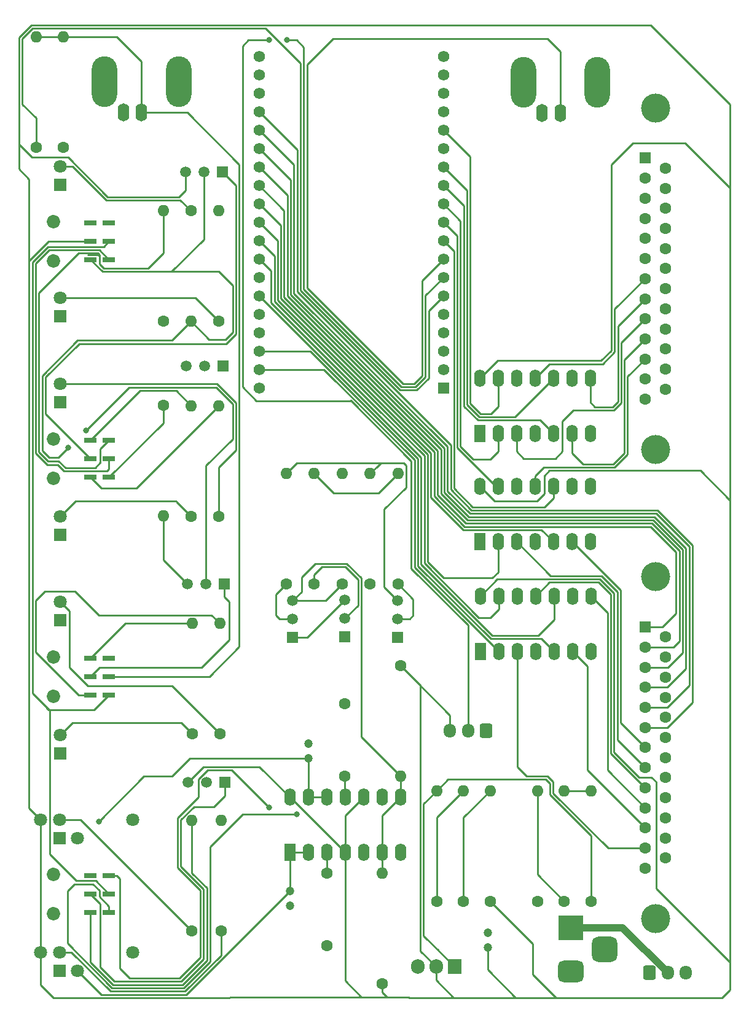
<source format=gbr>
%TF.GenerationSoftware,KiCad,Pcbnew,7.0.8*%
%TF.CreationDate,2024-02-09T14:55:35+01:00*%
%TF.ProjectId,LED-Zappelin-V2-Chrolis,4c45442d-5a61-4707-9065-6c696e2d5632,rev?*%
%TF.SameCoordinates,Original*%
%TF.FileFunction,Copper,L1,Top*%
%TF.FilePolarity,Positive*%
%FSLAX46Y46*%
G04 Gerber Fmt 4.6, Leading zero omitted, Abs format (unit mm)*
G04 Created by KiCad (PCBNEW 7.0.8) date 2024-02-09 14:55:35*
%MOMM*%
%LPD*%
G01*
G04 APERTURE LIST*
G04 Aperture macros list*
%AMRoundRect*
0 Rectangle with rounded corners*
0 $1 Rounding radius*
0 $2 $3 $4 $5 $6 $7 $8 $9 X,Y pos of 4 corners*
0 Add a 4 corners polygon primitive as box body*
4,1,4,$2,$3,$4,$5,$6,$7,$8,$9,$2,$3,0*
0 Add four circle primitives for the rounded corners*
1,1,$1+$1,$2,$3*
1,1,$1+$1,$4,$5*
1,1,$1+$1,$6,$7*
1,1,$1+$1,$8,$9*
0 Add four rect primitives between the rounded corners*
20,1,$1+$1,$2,$3,$4,$5,0*
20,1,$1+$1,$4,$5,$6,$7,0*
20,1,$1+$1,$6,$7,$8,$9,0*
20,1,$1+$1,$8,$9,$2,$3,0*%
G04 Aperture macros list end*
%TA.AperFunction,ComponentPad*%
%ADD10RoundRect,0.250000X-0.600000X-0.725000X0.600000X-0.725000X0.600000X0.725000X-0.600000X0.725000X0*%
%TD*%
%TA.AperFunction,ComponentPad*%
%ADD11O,1.700000X1.950000*%
%TD*%
%TA.AperFunction,ComponentPad*%
%ADD12C,1.600000*%
%TD*%
%TA.AperFunction,ComponentPad*%
%ADD13O,1.600000X1.600000*%
%TD*%
%TA.AperFunction,ComponentPad*%
%ADD14C,4.000000*%
%TD*%
%TA.AperFunction,ComponentPad*%
%ADD15R,1.600000X1.600000*%
%TD*%
%TA.AperFunction,ComponentPad*%
%ADD16R,1.500000X1.500000*%
%TD*%
%TA.AperFunction,ComponentPad*%
%ADD17C,1.500000*%
%TD*%
%TA.AperFunction,ComponentPad*%
%ADD18O,1.600000X2.400000*%
%TD*%
%TA.AperFunction,ComponentPad*%
%ADD19R,1.600000X2.400000*%
%TD*%
%TA.AperFunction,ComponentPad*%
%ADD20C,1.850000*%
%TD*%
%TA.AperFunction,ComponentPad*%
%ADD21R,1.750000X0.750000*%
%TD*%
%TA.AperFunction,ComponentPad*%
%ADD22C,1.800000*%
%TD*%
%TA.AperFunction,ComponentPad*%
%ADD23R,1.800000X1.800000*%
%TD*%
%TA.AperFunction,ComponentPad*%
%ADD24C,1.200000*%
%TD*%
%TA.AperFunction,ComponentPad*%
%ADD25O,1.600200X2.499360*%
%TD*%
%TA.AperFunction,ComponentPad*%
%ADD26O,3.500120X7.000240*%
%TD*%
%TA.AperFunction,ComponentPad*%
%ADD27C,1.560000*%
%TD*%
%TA.AperFunction,ComponentPad*%
%ADD28R,1.560000X1.560000*%
%TD*%
%TA.AperFunction,ComponentPad*%
%ADD29RoundRect,0.250000X0.600000X0.725000X-0.600000X0.725000X-0.600000X-0.725000X0.600000X-0.725000X0*%
%TD*%
%TA.AperFunction,ComponentPad*%
%ADD30R,3.500000X3.500000*%
%TD*%
%TA.AperFunction,ComponentPad*%
%ADD31RoundRect,0.750000X1.000000X-0.750000X1.000000X0.750000X-1.000000X0.750000X-1.000000X-0.750000X0*%
%TD*%
%TA.AperFunction,ComponentPad*%
%ADD32RoundRect,0.875000X0.875000X-0.875000X0.875000X0.875000X-0.875000X0.875000X-0.875000X-0.875000X0*%
%TD*%
%TA.AperFunction,ComponentPad*%
%ADD33R,1.905000X2.000000*%
%TD*%
%TA.AperFunction,ComponentPad*%
%ADD34O,1.905000X2.000000*%
%TD*%
%TA.AperFunction,ViaPad*%
%ADD35C,0.800000*%
%TD*%
%TA.AperFunction,Conductor*%
%ADD36C,0.250000*%
%TD*%
%TA.AperFunction,Conductor*%
%ADD37C,1.000000*%
%TD*%
G04 APERTURE END LIST*
D10*
%TO.P,J7,1,Pin_1*%
%TO.N,GNDREF*%
X137300000Y-180850000D03*
D11*
%TO.P,J7,2,Pin_2*%
%TO.N,Net-(J7-Pin_2)*%
X139800000Y-180850000D03*
%TO.P,J7,3,Pin_3*%
%TO.N,+12V*%
X142300000Y-180850000D03*
%TD*%
D12*
%TO.P,R23,1*%
%TO.N,Net-(R22-Pad2)*%
X107975000Y-170990000D03*
D13*
%TO.P,R23,2*%
%TO.N,Net-(U5-ADJ)*%
X107975000Y-155750000D03*
%TD*%
D12*
%TO.P,R25,1*%
%TO.N,GNDREF*%
X121850000Y-171020000D03*
D13*
%TO.P,R25,2*%
%TO.N,Net-(R24-Pad1)*%
X121850000Y-155780000D03*
%TD*%
D12*
%TO.P,R24,1*%
%TO.N,Net-(R24-Pad1)*%
X125550000Y-171020000D03*
D13*
%TO.P,R24,2*%
%TO.N,Net-(R10-Pad2)*%
X125550000Y-155780000D03*
%TD*%
D12*
%TO.P,R22,1*%
%TO.N,Net-(R22-Pad1)*%
X111650000Y-170995000D03*
D13*
%TO.P,R22,2*%
%TO.N,Net-(R22-Pad2)*%
X111650000Y-155755000D03*
%TD*%
D12*
%TO.P,R10,1*%
%TO.N,Net-(U5-ADJ)*%
X129250000Y-171020000D03*
D13*
%TO.P,R10,2*%
%TO.N,Net-(R10-Pad2)*%
X129250000Y-155780000D03*
%TD*%
D12*
%TO.P,R9,1*%
%TO.N,5V*%
X115350000Y-170990000D03*
D13*
%TO.P,R9,2*%
%TO.N,Net-(R22-Pad1)*%
X115350000Y-155750000D03*
%TD*%
%TO.P,R13,2*%
%TO.N,Net-(Q5-C)*%
X102955000Y-153750000D03*
D12*
%TO.P,R13,1*%
%TO.N,5V*%
X102955000Y-138510000D03*
%TD*%
D14*
%TO.P,J3,*%
%TO.N,*%
X138100000Y-173350000D03*
X138100000Y-126250000D03*
D15*
%TO.P,J3,1,1*%
%TO.N,GPIO17*%
X136680000Y-133180000D03*
D12*
%TO.P,J3,2,2*%
%TO.N,GPIO16*%
X136680000Y-135950000D03*
%TO.P,J3,3,3*%
%TO.N,GPIO04*%
X136680000Y-138720000D03*
%TO.P,J3,4,4*%
%TO.N,GPIO00*%
X136680000Y-141490000D03*
%TO.P,J3,5,5*%
%TO.N,GPIO02*%
X136680000Y-144260000D03*
%TO.P,J3,6,6*%
%TO.N,GPIO15*%
X136680000Y-147030000D03*
%TO.P,J3,7,7*%
%TO.N,GPIO Input 6*%
X136680000Y-149800000D03*
%TO.P,J3,8,8*%
%TO.N,GPIO Input 5*%
X136680000Y-152570000D03*
%TO.P,J3,9,9*%
%TO.N,GPIO Input 4*%
X136680000Y-155340000D03*
%TO.P,J3,10,10*%
%TO.N,GPIO Input 3*%
X136680000Y-158110000D03*
%TO.P,J3,11,11*%
%TO.N,GPIO Input 2*%
X136680000Y-160880000D03*
%TO.P,J3,12,12*%
%TO.N,GPIO Input 1*%
X136680000Y-163650000D03*
%TO.P,J3,13,13*%
%TO.N,GNDREF*%
X136680000Y-166420000D03*
%TO.P,J3,14,P14*%
X139520000Y-134565000D03*
%TO.P,J3,15,P15*%
X139520000Y-137335000D03*
%TO.P,J3,16,P16*%
X139520000Y-140105000D03*
%TO.P,J3,17,P17*%
X139520000Y-142875000D03*
%TO.P,J3,18,P18*%
X139520000Y-145645000D03*
%TO.P,J3,19,P19*%
X139520000Y-148415000D03*
%TO.P,J3,20,P20*%
X139520000Y-151185000D03*
%TO.P,J3,21,P21*%
X139520000Y-153955000D03*
%TO.P,J3,22,P22*%
X139520000Y-156725000D03*
%TO.P,J3,23,P23*%
X139520000Y-159495000D03*
%TO.P,J3,24,P24*%
X139520000Y-162265000D03*
%TO.P,J3,25,P25*%
X139520000Y-165035000D03*
%TD*%
D16*
%TO.P,Q2,1,E*%
%TO.N,Net-(Q2-E)*%
X78400000Y-70435000D03*
D17*
%TO.P,Q2,2,B*%
%TO.N,Net-(Q2-B)*%
X75860000Y-70435000D03*
%TO.P,Q2,3,C*%
%TO.N,5V*%
X73320000Y-70435000D03*
%TD*%
D16*
%TO.P,Q1,1,E*%
%TO.N,GNDREF*%
X78500000Y-97225000D03*
D17*
%TO.P,Q1,2,B*%
%TO.N,Net-(Q1-B)*%
X75960000Y-97225000D03*
%TO.P,Q1,3,C*%
%TO.N,Blanking*%
X73420000Y-97225000D03*
%TD*%
D18*
%TO.P,U7,14,VCC*%
%TO.N,5V*%
X87735000Y-156660000D03*
%TO.P,U7,13,DIS*%
%TO.N,Net-(U7B-DIS)*%
X90275000Y-156660000D03*
%TO.P,U7,12,THR*%
X92815000Y-156660000D03*
%TO.P,U7,11,CV*%
%TO.N,Net-(U7B-CV)*%
X95355000Y-156660000D03*
%TO.P,U7,10,R*%
%TO.N,5V*%
X97895000Y-156660000D03*
%TO.P,U7,9,Q*%
%TO.N,BlankingModulated_1ms*%
X100435000Y-156660000D03*
%TO.P,U7,8,TR*%
%TO.N,Net-(Q5-C)*%
X102975000Y-156660000D03*
%TO.P,U7,7,GND*%
%TO.N,GNDREF*%
X102975000Y-164280000D03*
%TO.P,U7,6,TR*%
%TO.N,Net-(Q5-C)*%
X100435000Y-164280000D03*
%TO.P,U7,5,Q*%
%TO.N,BlankingModulated_2ms*%
X97895000Y-164280000D03*
%TO.P,U7,4,R*%
%TO.N,5V*%
X95355000Y-164280000D03*
%TO.P,U7,3,CV*%
%TO.N,Net-(U7A-CV)*%
X92815000Y-164280000D03*
%TO.P,U7,2,THR*%
%TO.N,Net-(U7A-DIS)*%
X90275000Y-164280000D03*
D19*
%TO.P,U7,1,DIS*%
X87735000Y-164280000D03*
%TD*%
D20*
%TO.P,SW4,*%
%TO.N,*%
X55200000Y-172700000D03*
X55200000Y-167300000D03*
D21*
%TO.P,SW4,6,C*%
%TO.N,Net-(R21-Pad2)*%
X60280000Y-172540000D03*
%TO.P,SW4,5,B*%
%TO.N,Net-(Q4-E)*%
X60280000Y-170000000D03*
%TO.P,SW4,4,A*%
%TO.N,Net-(R14-Pad2)*%
X60280000Y-167460000D03*
%TO.P,SW4,3,C*%
%TO.N,BlankingModulated_1ms*%
X62820000Y-172540000D03*
%TO.P,SW4,2,B*%
%TO.N,BlankingModulated*%
X62820000Y-170000000D03*
%TO.P,SW4,1,A*%
%TO.N,BlankingModulated_2ms*%
X62820000Y-167460000D03*
%TD*%
D22*
%TO.P,RV2,1,1*%
%TO.N,GNDREF*%
X66100000Y-159750000D03*
%TO.P,RV2,2,2*%
%TO.N,Net-(U7B-DIS)*%
X58480000Y-162290000D03*
%TO.P,RV2,3,3*%
%TO.N,5V*%
X53400000Y-159750000D03*
%TD*%
D13*
%TO.P,R21,2*%
%TO.N,Net-(R21-Pad2)*%
X74250000Y-159830000D03*
D12*
%TO.P,R21,1*%
%TO.N,Net-(D8-A)*%
X74250000Y-175070000D03*
%TD*%
%TO.P,R14,1*%
%TO.N,Net-(D7-A)*%
X78250000Y-175070000D03*
D13*
%TO.P,R14,2*%
%TO.N,Net-(R14-Pad2)*%
X78250000Y-159830000D03*
%TD*%
D16*
%TO.P,Q4,1,E*%
%TO.N,Net-(Q4-E)*%
X78775000Y-154600000D03*
D17*
%TO.P,Q4,2,B*%
%TO.N,Net-(Q4-B)*%
X76235000Y-154600000D03*
%TO.P,Q4,3,C*%
%TO.N,5V*%
X73695000Y-154600000D03*
%TD*%
D23*
%TO.P,D8,1,K*%
%TO.N,GNDREF*%
X56000000Y-162275000D03*
D22*
%TO.P,D8,2,A*%
%TO.N,Net-(D8-A)*%
X56000000Y-159735000D03*
%TD*%
D23*
%TO.P,D7,1,K*%
%TO.N,GNDREF*%
X56000000Y-180575000D03*
D22*
%TO.P,D7,2,A*%
%TO.N,Net-(D7-A)*%
X56000000Y-178035000D03*
%TD*%
D24*
%TO.P,C5,2*%
%TO.N,Net-(U7B-DIS)*%
X90275000Y-151285000D03*
%TO.P,C5,1*%
%TO.N,GNDREF*%
X90275000Y-149285000D03*
%TD*%
D12*
%TO.P,C4,1*%
%TO.N,Net-(U7B-CV)*%
X95330000Y-153775000D03*
%TO.P,C4,2*%
%TO.N,GNDREF*%
X95330000Y-143775000D03*
%TD*%
D21*
%TO.P,SW2,1,A*%
%TO.N,Net-(R6-Pad2)*%
X62820000Y-107460000D03*
%TO.P,SW2,2,B*%
%TO.N,Net-(SW1-C-Pad3)*%
X62820000Y-110000000D03*
%TO.P,SW2,3,C*%
%TO.N,Blanking*%
X62820000Y-112540000D03*
%TO.P,SW2,4,A*%
%TO.N,Net-(R7-Pad2)*%
X60280000Y-107460000D03*
%TO.P,SW2,5,B*%
%TO.N,Net-(Q2-E)*%
X60280000Y-110000000D03*
%TO.P,SW2,6,C*%
%TO.N,Net-(R8-Pad2)*%
X60280000Y-112540000D03*
D20*
%TO.P,SW2,*%
%TO.N,*%
X55200000Y-107300000D03*
X55200000Y-112700000D03*
%TD*%
D21*
%TO.P,SW1,1,A*%
%TO.N,unconnected-(SW1-A-Pad1)*%
X62820000Y-77460000D03*
%TO.P,SW1,2,B*%
%TO.N,BlankingModulated*%
X62820000Y-80000000D03*
%TO.P,SW1,3,C*%
%TO.N,Net-(SW1-C-Pad3)*%
X62820000Y-82540000D03*
%TO.P,SW1,4,A*%
%TO.N,Net-(R4-Pad2)*%
X60280000Y-77460000D03*
%TO.P,SW1,5,B*%
%TO.N,5V*%
X60280000Y-80000000D03*
%TO.P,SW1,6,C*%
%TO.N,Net-(Q2-B)*%
X60280000Y-82540000D03*
D20*
%TO.P,SW1,*%
%TO.N,*%
X55200000Y-77300000D03*
X55200000Y-82700000D03*
%TD*%
D25*
%TO.P,J1,1,In*%
%TO.N,BlankingSignal*%
X67299680Y-62264660D03*
D26*
%TO.P,J1,2,Ext*%
%TO.N,GNDREF*%
X62201900Y-58000000D03*
D25*
X64800320Y-62264660D03*
D26*
X72400000Y-58000000D03*
%TD*%
D12*
%TO.P,C2,1*%
%TO.N,Net-(U7A-CV)*%
X92800000Y-167100000D03*
%TO.P,C2,2*%
%TO.N,GNDREF*%
X92800000Y-177100000D03*
%TD*%
D24*
%TO.P,C3,2*%
%TO.N,Net-(U7A-DIS)*%
X87725000Y-169610000D03*
%TO.P,C3,1*%
%TO.N,GNDREF*%
X87725000Y-171610000D03*
%TD*%
%TO.P,C1,1*%
%TO.N,5V*%
X115000000Y-177350000D03*
%TO.P,C1,2*%
%TO.N,GNDREF*%
X115000000Y-175350000D03*
%TD*%
D22*
%TO.P,RV1,1,1*%
%TO.N,GNDREF*%
X66100000Y-178050000D03*
%TO.P,RV1,2,2*%
%TO.N,Net-(U7A-DIS)*%
X58480000Y-180590000D03*
%TO.P,RV1,3,3*%
%TO.N,5V*%
X53400000Y-178050000D03*
%TD*%
D20*
%TO.P,SW3,*%
%TO.N,*%
X55200000Y-142700000D03*
X55200000Y-137300000D03*
D21*
%TO.P,SW3,6,C*%
%TO.N,Net-(R12-Pad2)*%
X60280000Y-142540000D03*
%TO.P,SW3,5,B*%
%TO.N,Net-(Q3-E)*%
X60280000Y-140000000D03*
%TO.P,SW3,4,A*%
%TO.N,Net-(Q4-B)*%
X60280000Y-137460000D03*
%TO.P,SW3,3,C*%
%TO.N,BlankingModulated*%
X62820000Y-142540000D03*
%TO.P,SW3,2,B*%
%TO.N,BlankingSignal*%
X62820000Y-140000000D03*
%TO.P,SW3,1,A*%
%TO.N,BlankingToModulate*%
X62820000Y-137460000D03*
%TD*%
D12*
%TO.P,R12,1*%
%TO.N,Net-(D6-A)*%
X78075000Y-147895000D03*
D13*
%TO.P,R12,2*%
%TO.N,Net-(R12-Pad2)*%
X78075000Y-132655000D03*
%TD*%
D16*
%TO.P,Q3,1,E*%
%TO.N,Net-(Q3-E)*%
X78700000Y-127250000D03*
D17*
%TO.P,Q3,2,B*%
%TO.N,Net-(Q2-B)*%
X76160000Y-127250000D03*
%TO.P,Q3,3,C*%
%TO.N,5V*%
X73620000Y-127250000D03*
%TD*%
D27*
%TO.P,U1,38,CLK*%
%TO.N,unconnected-(U1-CLK-Pad38)*%
X83500000Y-54500000D03*
%TO.P,U1,37,SD0*%
%TO.N,unconnected-(U1-SD0-Pad37)*%
X83500000Y-57040000D03*
%TO.P,U1,36,SD1*%
%TO.N,unconnected-(U1-SD1-Pad36)*%
X83500000Y-59580000D03*
%TO.P,U1,35,IO15*%
%TO.N,GPIO15*%
X83500000Y-62120000D03*
%TO.P,U1,34,IO2*%
%TO.N,GPIO02*%
X83500000Y-64660000D03*
%TO.P,U1,33,IO0*%
%TO.N,GPIO00*%
X83500000Y-67200000D03*
%TO.P,U1,32,IO4*%
%TO.N,GPIO04*%
X83500000Y-69740000D03*
%TO.P,U1,31,IO16*%
%TO.N,GPIO16*%
X83500000Y-72280000D03*
%TO.P,U1,30,IO17*%
%TO.N,GPIO17*%
X83500000Y-74820000D03*
%TO.P,U1,29,IO5*%
%TO.N,GPIO05*%
X83500000Y-77360000D03*
%TO.P,U1,28,IO18*%
%TO.N,GPIO18*%
X83500000Y-79900000D03*
%TO.P,U1,27,IO19*%
%TO.N,GPIO19*%
X83500000Y-82440000D03*
%TO.P,U1,26,GND2*%
%TO.N,GNDREF*%
X83500000Y-84980000D03*
%TO.P,U1,25,IO21*%
%TO.N,GPIO21*%
X83500000Y-87520000D03*
%TO.P,U1,24,RXD0*%
%TO.N,unconnected-(U1-RXD0-Pad24)*%
X83500000Y-90060000D03*
%TO.P,U1,23,TXD0*%
%TO.N,unconnected-(U1-TXD0-Pad23)*%
X83500000Y-92600000D03*
%TO.P,U1,22,IO22*%
%TO.N,GPIO22*%
X83500000Y-95140000D03*
%TO.P,U1,21,IO23*%
%TO.N,GPIO23*%
X83500000Y-97680000D03*
%TO.P,U1,20,GND3*%
%TO.N,GNDREF*%
X83500000Y-100220000D03*
%TO.P,U1,19,EXT_5V*%
%TO.N,unconnected-(U1-EXT_5V-Pad19)*%
X108900000Y-54500000D03*
%TO.P,U1,18,CMD*%
%TO.N,unconnected-(U1-CMD-Pad18)*%
X108900000Y-57040000D03*
%TO.P,U1,17,SD3*%
%TO.N,unconnected-(U1-SD3-Pad17)*%
X108900000Y-59580000D03*
%TO.P,U1,16,SD2*%
%TO.N,unconnected-(U1-SD2-Pad16)*%
X108900000Y-62120000D03*
%TO.P,U1,15,IO13*%
%TO.N,GPIO13*%
X108900000Y-64660000D03*
%TO.P,U1,14,GND1*%
%TO.N,GNDREF*%
X108900000Y-67200000D03*
%TO.P,U1,13,IO12*%
%TO.N,GPIO12*%
X108900000Y-69740000D03*
%TO.P,U1,12,IO14*%
%TO.N,GPIO28*%
X108900000Y-72280000D03*
%TO.P,U1,11,IO27*%
%TO.N,GPIO27*%
X108900000Y-74820000D03*
%TO.P,U1,10,IO26*%
%TO.N,GPIO26*%
X108900000Y-77360000D03*
%TO.P,U1,9,IO25*%
%TO.N,GPIO25*%
X108900000Y-79900000D03*
%TO.P,U1,8,IO33*%
%TO.N,Trigger*%
X108900000Y-82440000D03*
%TO.P,U1,7,IO32*%
%TO.N,NeoPixel*%
X108900000Y-84980000D03*
%TO.P,U1,6,IO35*%
%TO.N,Net-(U1-IO35)*%
X108900000Y-87520000D03*
%TO.P,U1,5,IO34*%
%TO.N,unconnected-(U1-IO34-Pad5)*%
X108900000Y-90060000D03*
%TO.P,U1,4,SENSOR_VN*%
%TO.N,unconnected-(U1-SENSOR_VN-Pad4)*%
X108900000Y-92600000D03*
%TO.P,U1,3,SENSOR_VP*%
%TO.N,unconnected-(U1-SENSOR_VP-Pad3)*%
X108900000Y-95140000D03*
%TO.P,U1,2,EN*%
%TO.N,unconnected-(U1-EN-Pad2)*%
X108900000Y-97680000D03*
D28*
%TO.P,U1,1,3V3*%
%TO.N,3.3V*%
X108900000Y-100220000D03*
%TD*%
D23*
%TO.P,D3,1,K*%
%TO.N,GNDREF*%
X56100000Y-120475000D03*
D22*
%TO.P,D3,2,A*%
%TO.N,Net-(D3-A)*%
X56100000Y-117935000D03*
%TD*%
D29*
%TO.P,J5,1,Pin_1*%
%TO.N,GNDREF*%
X114800000Y-147525000D03*
D11*
%TO.P,J5,2,Pin_2*%
%TO.N,NeoPixel*%
X112300000Y-147525000D03*
%TO.P,J5,3,Pin_3*%
%TO.N,5V*%
X109800000Y-147525000D03*
%TD*%
D12*
%TO.P,R17,1*%
%TO.N,Net-(Q5-C)*%
X94925000Y-127270000D03*
D13*
%TO.P,R17,2*%
%TO.N,5V*%
X94925000Y-112030000D03*
%TD*%
D22*
%TO.P,D6,2,A*%
%TO.N,Net-(D6-A)*%
X56100000Y-129735000D03*
D23*
%TO.P,D6,1,K*%
%TO.N,GNDREF*%
X56100000Y-132275000D03*
%TD*%
D12*
%TO.P,R4,1*%
%TO.N,Net-(D2-A)*%
X77900000Y-91050000D03*
D13*
%TO.P,R4,2*%
%TO.N,Net-(R4-Pad2)*%
X77900000Y-75810000D03*
%TD*%
D16*
%TO.P,Q5,1,E*%
%TO.N,Net-(Q5-E)*%
X88125000Y-134625000D03*
D17*
%TO.P,Q5,2,B*%
%TO.N,Net-(Q5-B)*%
X88125000Y-132085000D03*
%TO.P,Q5,3,C*%
%TO.N,Net-(Q5-C)*%
X88125000Y-129545000D03*
%TD*%
D30*
%TO.P,J6,1*%
%TO.N,Net-(J7-Pin_2)*%
X126425000Y-174650000D03*
D31*
%TO.P,J6,2*%
%TO.N,GNDREF*%
X126425000Y-180650000D03*
D32*
X131125000Y-177650000D03*
%TD*%
D12*
%TO.P,R11,1*%
%TO.N,Net-(D5-A)*%
X74275000Y-147895000D03*
D13*
%TO.P,R11,2*%
%TO.N,Net-(Q4-B)*%
X74275000Y-132655000D03*
%TD*%
D23*
%TO.P,D1,1,K*%
%TO.N,GNDREF*%
X56100000Y-72200000D03*
D22*
%TO.P,D1,2,A*%
%TO.N,Net-(D1-A)*%
X56100000Y-69660000D03*
%TD*%
D17*
%TO.P,Q7,3,C*%
%TO.N,Net-(Q7-C)*%
X102600000Y-129525000D03*
%TO.P,Q7,2,B*%
%TO.N,Net-(Q7-B)*%
X102600000Y-132065000D03*
D16*
%TO.P,Q7,1,E*%
%TO.N,GNDREF*%
X102600000Y-134605000D03*
%TD*%
D12*
%TO.P,R18,1*%
%TO.N,5V*%
X98775000Y-127270000D03*
D13*
%TO.P,R18,2*%
%TO.N,Net-(Q7-C)*%
X98775000Y-112030000D03*
%TD*%
D12*
%TO.P,R3,1*%
%TO.N,Net-(D1-A)*%
X74100000Y-75810000D03*
D13*
%TO.P,R3,2*%
%TO.N,Net-(Q2-B)*%
X74100000Y-91050000D03*
%TD*%
D33*
%TO.P,U5,1,ADJ*%
%TO.N,Net-(U5-ADJ)*%
X110415000Y-180030000D03*
D34*
%TO.P,U5,2,VO*%
%TO.N,5V*%
X107875000Y-180030000D03*
%TO.P,U5,3,VI*%
%TO.N,+12V*%
X105335000Y-180030000D03*
%TD*%
D19*
%TO.P,U2,1*%
%TO.N,Blanking*%
X113965000Y-136525000D03*
D18*
%TO.P,U2,2*%
%TO.N,GPIO23*%
X116505000Y-136525000D03*
%TO.P,U2,3*%
%TO.N,GPIO Input 1*%
X119045000Y-136525000D03*
%TO.P,U2,4*%
%TO.N,Blanking*%
X121585000Y-136525000D03*
%TO.P,U2,5*%
%TO.N,GPIO22*%
X124125000Y-136525000D03*
%TO.P,U2,6*%
%TO.N,GPIO Input 2*%
X126665000Y-136525000D03*
%TO.P,U2,7,GND*%
%TO.N,GNDREF*%
X129205000Y-136525000D03*
%TO.P,U2,8*%
%TO.N,GPIO Input 3*%
X129205000Y-128905000D03*
%TO.P,U2,9*%
%TO.N,Blanking*%
X126665000Y-128905000D03*
%TO.P,U2,10*%
%TO.N,GPIO21*%
X124125000Y-128905000D03*
%TO.P,U2,11*%
%TO.N,GPIO Input 4*%
X121585000Y-128905000D03*
%TO.P,U2,12*%
%TO.N,Blanking*%
X119045000Y-128905000D03*
%TO.P,U2,13*%
%TO.N,GPIO19*%
X116505000Y-128905000D03*
%TO.P,U2,14,VCC*%
%TO.N,5V*%
X113965000Y-128905000D03*
%TD*%
D19*
%TO.P,U4,1*%
%TO.N,Blanking*%
X113890000Y-106525000D03*
D18*
%TO.P,U4,2*%
%TO.N,GPIO27*%
X116430000Y-106525000D03*
%TO.P,U4,3*%
%TO.N,GPIO Input 10*%
X118970000Y-106525000D03*
%TO.P,U4,4*%
%TO.N,Blanking*%
X121510000Y-106525000D03*
%TO.P,U4,5*%
%TO.N,GPIO28*%
X124050000Y-106525000D03*
%TO.P,U4,6*%
%TO.N,GPIO Input 9*%
X126590000Y-106525000D03*
%TO.P,U4,7,GND*%
%TO.N,GNDREF*%
X129130000Y-106525000D03*
%TO.P,U4,8*%
%TO.N,GPIO Input 11*%
X129130000Y-98905000D03*
%TO.P,U4,9*%
%TO.N,Blanking*%
X126590000Y-98905000D03*
%TO.P,U4,10*%
%TO.N,GPIO12*%
X124050000Y-98905000D03*
%TO.P,U4,11*%
%TO.N,GPIO Input 12*%
X121510000Y-98905000D03*
%TO.P,U4,12*%
%TO.N,Blanking*%
X118970000Y-98905000D03*
%TO.P,U4,13*%
%TO.N,GPIO13*%
X116430000Y-98905000D03*
%TO.P,U4,14,VCC*%
%TO.N,5V*%
X113890000Y-98905000D03*
%TD*%
D12*
%TO.P,R16,1*%
%TO.N,Net-(Q6-B)*%
X91075000Y-127270000D03*
D13*
%TO.P,R16,2*%
%TO.N,BlankingToModulate*%
X91075000Y-112030000D03*
%TD*%
D12*
%TO.P,R8,1*%
%TO.N,Net-(D4-A)*%
X77950000Y-117895000D03*
D13*
%TO.P,R8,2*%
%TO.N,Net-(R8-Pad2)*%
X77950000Y-102655000D03*
%TD*%
D19*
%TO.P,U3,1*%
%TO.N,Blanking*%
X113890000Y-121425000D03*
D18*
%TO.P,U3,2*%
%TO.N,GPIO18*%
X116430000Y-121425000D03*
%TO.P,U3,3*%
%TO.N,GPIO Input 5*%
X118970000Y-121425000D03*
%TO.P,U3,4*%
%TO.N,Blanking*%
X121510000Y-121425000D03*
%TO.P,U3,5*%
%TO.N,GPIO05*%
X124050000Y-121425000D03*
%TO.P,U3,6*%
%TO.N,GPIO Input 6*%
X126590000Y-121425000D03*
%TO.P,U3,7,GND*%
%TO.N,GNDREF*%
X129130000Y-121425000D03*
%TO.P,U3,8*%
%TO.N,GPIO Input 7*%
X129130000Y-113805000D03*
%TO.P,U3,9*%
%TO.N,Blanking*%
X126590000Y-113805000D03*
%TO.P,U3,10*%
%TO.N,GPIO25*%
X124050000Y-113805000D03*
%TO.P,U3,11*%
%TO.N,GPIO Input 8*%
X121510000Y-113805000D03*
%TO.P,U3,12*%
%TO.N,Blanking*%
X118970000Y-113805000D03*
%TO.P,U3,13*%
%TO.N,GPIO26*%
X116430000Y-113805000D03*
%TO.P,U3,14,VCC*%
%TO.N,5V*%
X113890000Y-113805000D03*
%TD*%
D16*
%TO.P,Q6,1,E*%
%TO.N,GNDREF*%
X95300000Y-134565000D03*
D17*
%TO.P,Q6,2,B*%
%TO.N,Net-(Q6-B)*%
X95300000Y-132025000D03*
%TO.P,Q6,3,C*%
%TO.N,Net-(Q5-E)*%
X95300000Y-129485000D03*
%TD*%
D12*
%TO.P,J4,25,P25*%
%TO.N,GNDREF*%
X139520000Y-100385000D03*
%TO.P,J4,24,P24*%
X139520000Y-97615000D03*
%TO.P,J4,23,P23*%
X139520000Y-94845000D03*
%TO.P,J4,22,P22*%
X139520000Y-92075000D03*
%TO.P,J4,21,P21*%
X139520000Y-89305000D03*
%TO.P,J4,20,P20*%
X139520000Y-86535000D03*
%TO.P,J4,19,P19*%
X139520000Y-83765000D03*
%TO.P,J4,18,P18*%
X139520000Y-80995000D03*
%TO.P,J4,17,P17*%
X139520000Y-78225000D03*
%TO.P,J4,16,P16*%
X139520000Y-75455000D03*
%TO.P,J4,15,P15*%
X139520000Y-72685000D03*
%TO.P,J4,14,P14*%
X139520000Y-69915000D03*
%TO.P,J4,13,13*%
X136680000Y-101770000D03*
%TO.P,J4,12,12*%
%TO.N,GPIO Input 7*%
X136680000Y-99000000D03*
%TO.P,J4,11,11*%
%TO.N,GPIO Input 8*%
X136680000Y-96230000D03*
%TO.P,J4,10,10*%
%TO.N,GPIO Input 9*%
X136680000Y-93460000D03*
%TO.P,J4,9,9*%
%TO.N,GPIO Input 10*%
X136680000Y-90690000D03*
%TO.P,J4,8,8*%
%TO.N,GPIO Input 11*%
X136680000Y-87920000D03*
%TO.P,J4,7,7*%
%TO.N,GPIO Input 12*%
X136680000Y-85150000D03*
%TO.P,J4,6,6*%
%TO.N,unconnected-(J4-Pad6)*%
X136680000Y-82380000D03*
%TO.P,J4,5,5*%
%TO.N,unconnected-(J4-Pad5)*%
X136680000Y-79610000D03*
%TO.P,J4,4,4*%
%TO.N,unconnected-(J4-Pad4)*%
X136680000Y-76840000D03*
%TO.P,J4,3,3*%
%TO.N,unconnected-(J4-Pad3)*%
X136680000Y-74070000D03*
%TO.P,J4,2,2*%
%TO.N,unconnected-(J4-Pad2)*%
X136680000Y-71300000D03*
D15*
%TO.P,J4,1,1*%
%TO.N,unconnected-(J4-Pad1)*%
X136680000Y-68530000D03*
D14*
%TO.P,J4,*%
%TO.N,*%
X138100000Y-61600000D03*
X138100000Y-108700000D03*
%TD*%
D12*
%TO.P,R7,1*%
%TO.N,Net-(D3-A)*%
X74100000Y-117895000D03*
D13*
%TO.P,R7,2*%
%TO.N,Net-(R7-Pad2)*%
X74100000Y-102655000D03*
%TD*%
D12*
%TO.P,R5,1*%
%TO.N,Blanking*%
X70300000Y-102645000D03*
D13*
%TO.P,R5,2*%
%TO.N,5V*%
X70300000Y-117885000D03*
%TD*%
D12*
%TO.P,R6,1*%
%TO.N,Net-(Q1-B)*%
X70300000Y-91050000D03*
D13*
%TO.P,R6,2*%
%TO.N,Net-(R6-Pad2)*%
X70300000Y-75810000D03*
%TD*%
D12*
%TO.P,R1,1*%
%TO.N,Net-(U1-IO35)*%
X52750000Y-67020000D03*
D13*
%TO.P,R1,2*%
%TO.N,BlankingSignal*%
X52750000Y-51780000D03*
%TD*%
%TO.P,R19,2*%
%TO.N,BlankingToModulate*%
X102625000Y-112030000D03*
D12*
%TO.P,R19,1*%
%TO.N,Net-(Q7-B)*%
X102625000Y-127270000D03*
%TD*%
D25*
%TO.P,J2,1,In*%
%TO.N,Trigger*%
X125000000Y-62301260D03*
D26*
%TO.P,J2,2,Ext*%
%TO.N,GNDREF*%
X119902220Y-58036600D03*
D25*
X122500640Y-62301260D03*
D26*
X130100320Y-58036600D03*
%TD*%
D23*
%TO.P,D2,1,K*%
%TO.N,GNDREF*%
X56100000Y-90375000D03*
D22*
%TO.P,D2,2,A*%
%TO.N,Net-(D2-A)*%
X56100000Y-87835000D03*
%TD*%
D13*
%TO.P,R15,2*%
%TO.N,Net-(Q7-C)*%
X87225000Y-112030000D03*
D12*
%TO.P,R15,1*%
%TO.N,Net-(Q5-B)*%
X87225000Y-127270000D03*
%TD*%
D13*
%TO.P,R2,2*%
%TO.N,BlankingSignal*%
X56550000Y-51780000D03*
D12*
%TO.P,R2,1*%
%TO.N,GNDREF*%
X56550000Y-67020000D03*
%TD*%
D13*
%TO.P,R20,2*%
%TO.N,Net-(Q5-C)*%
X100425000Y-167100000D03*
D12*
%TO.P,R20,1*%
%TO.N,5V*%
X100425000Y-182340000D03*
%TD*%
D23*
%TO.P,D4,1,K*%
%TO.N,GNDREF*%
X56100000Y-102175000D03*
D22*
%TO.P,D4,2,A*%
%TO.N,Net-(D4-A)*%
X56100000Y-99635000D03*
%TD*%
%TO.P,D5,2,A*%
%TO.N,Net-(D5-A)*%
X56100000Y-148035000D03*
D23*
%TO.P,D5,1,K*%
%TO.N,GNDREF*%
X56100000Y-150575000D03*
%TD*%
D35*
%TO.N,NeoPixel*%
X87300000Y-52250000D03*
X84875000Y-52250000D03*
%TO.N,Net-(U7B-DIS)*%
X61425000Y-159975000D03*
%TO.N,BlankingModulated_2ms*%
X84875000Y-158050000D03*
%TO.N,BlankingModulated_1ms*%
X88650000Y-158975000D03*
%TO.N,Net-(Q2-B)*%
X59625000Y-106075000D03*
X57225000Y-108450000D03*
%TD*%
D36*
%TO.N,Net-(U5-ADJ)*%
X106150000Y-175765000D02*
X106150000Y-175075000D01*
X110415000Y-180030000D02*
X106150000Y-175765000D01*
X106150000Y-175075000D02*
X106150000Y-157575000D01*
X108205000Y-177820000D02*
X106285000Y-175900000D01*
X106150000Y-157575000D02*
X107975000Y-155750000D01*
%TO.N,5V*%
X105700000Y-177855000D02*
X107875000Y-180030000D01*
X105700000Y-141255000D02*
X105700000Y-177855000D01*
X105172500Y-140727500D02*
X105700000Y-141255000D01*
X107875000Y-181875000D02*
X110275000Y-184275000D01*
X107875000Y-180030000D02*
X107875000Y-181875000D01*
D37*
%TO.N,Net-(J7-Pin_2)*%
X133600000Y-174650000D02*
X139800000Y-180850000D01*
X126425000Y-174650000D02*
X133600000Y-174650000D01*
D36*
%TO.N,GPIO Input 1*%
X119045000Y-152445000D02*
X119045000Y-136525000D01*
X120325000Y-153725000D02*
X119045000Y-152445000D01*
X124025000Y-154550000D02*
X123200000Y-153725000D01*
X123200000Y-153725000D02*
X120325000Y-153725000D01*
X131573222Y-163650000D02*
X124025000Y-156101778D01*
X136680000Y-163650000D02*
X131573222Y-163650000D01*
X124025000Y-156101778D02*
X124025000Y-154550000D01*
%TO.N,Net-(R24-Pad1)*%
X121850000Y-155780000D02*
X121850000Y-167320000D01*
X121850000Y-167320000D02*
X125550000Y-171020000D01*
%TO.N,Net-(U5-ADJ)*%
X109550000Y-154175000D02*
X107975000Y-155750000D01*
X123000000Y-154175000D02*
X109550000Y-154175000D01*
X123575000Y-156288174D02*
X123575000Y-154750000D01*
X123575000Y-154750000D02*
X123000000Y-154175000D01*
X129250000Y-161963174D02*
X123575000Y-156288174D01*
X129250000Y-171020000D02*
X129250000Y-161963174D01*
%TO.N,Net-(R10-Pad2)*%
X129250000Y-155780000D02*
X125550000Y-155780000D01*
%TO.N,Net-(R22-Pad1)*%
X111650000Y-170995000D02*
X111650000Y-159450000D01*
X111650000Y-159450000D02*
X115350000Y-155750000D01*
%TO.N,Net-(R22-Pad2)*%
X107975000Y-170990000D02*
X107975000Y-159430000D01*
X107975000Y-159430000D02*
X111650000Y-155755000D01*
%TO.N,5V*%
X121225000Y-181075000D02*
X121225000Y-176865000D01*
X121225000Y-176865000D02*
X115350000Y-170990000D01*
X124425000Y-184275000D02*
X121225000Y-181075000D01*
X124675000Y-184275000D02*
X124425000Y-184275000D01*
X124675000Y-184275000D02*
X136625000Y-184275000D01*
X118825000Y-184275000D02*
X124675000Y-184275000D01*
X105172500Y-140727500D02*
X109800000Y-145355000D01*
X102955000Y-138510000D02*
X105172500Y-140727500D01*
X109800000Y-145355000D02*
X109800000Y-147525000D01*
%TO.N,NeoPixel*%
X82025000Y-52250000D02*
X84875000Y-52250000D01*
X81200000Y-53075000D02*
X82025000Y-52250000D01*
X81200000Y-100100000D02*
X81200000Y-53075000D01*
X96075000Y-102000000D02*
X83100000Y-102000000D01*
X83100000Y-102000000D02*
X81200000Y-100100000D01*
X96102208Y-101972792D02*
X96075000Y-102000000D01*
X104470406Y-125126802D02*
X104470406Y-110340990D01*
X112300000Y-132956396D02*
X104470406Y-125126802D01*
X112300000Y-147525000D02*
X112300000Y-132956396D01*
X104470406Y-110340990D02*
X96102208Y-101972792D01*
%TO.N,5V*%
X110275000Y-184275000D02*
X104150000Y-184275000D01*
X114525000Y-184275000D02*
X110275000Y-184275000D01*
%TO.N,BlankingSignal*%
X76650000Y-140000000D02*
X62820000Y-140000000D01*
X80750000Y-135900000D02*
X76650000Y-140000000D01*
X80750000Y-69400000D02*
X80750000Y-135900000D01*
X73614660Y-62264660D02*
X80750000Y-69400000D01*
X67299680Y-62264660D02*
X73614660Y-62264660D01*
%TO.N,5V*%
X52214930Y-68439930D02*
X50375000Y-66600000D01*
X57201326Y-68439930D02*
X52214930Y-68439930D01*
X62636396Y-73875000D02*
X57201326Y-68439930D01*
X50375000Y-66600000D02*
X50375000Y-60975000D01*
X50375000Y-70025000D02*
X50375000Y-66600000D01*
X51508741Y-50779863D02*
X50375000Y-51913604D01*
X52104726Y-50205000D02*
X51529863Y-50779863D01*
X137455000Y-50205000D02*
X52104726Y-50205000D01*
X51529863Y-50779863D02*
X51508741Y-50779863D01*
X148400000Y-61150000D02*
X137455000Y-50205000D01*
X148400000Y-72925000D02*
X148400000Y-61150000D01*
X50375000Y-51913604D02*
X50375000Y-53325000D01*
X148400000Y-72925000D02*
X148400000Y-115725000D01*
X148400000Y-72650000D02*
X148400000Y-72925000D01*
X50375000Y-53750000D02*
X50375000Y-53325000D01*
%TO.N,Net-(U1-IO35)*%
X54275000Y-50655000D02*
X84405000Y-50655000D01*
X85350000Y-51600000D02*
X89200000Y-55450000D01*
X84487500Y-50737500D02*
X85350000Y-51600000D01*
X54275000Y-50655000D02*
X54675000Y-50655000D01*
X52291122Y-50655000D02*
X54275000Y-50655000D01*
X84405000Y-50655000D02*
X85350000Y-51600000D01*
X50846122Y-52100000D02*
X52291122Y-50655000D01*
X50825000Y-52100000D02*
X50846122Y-52100000D01*
X50825000Y-61100000D02*
X50825000Y-52100000D01*
X52750000Y-63025000D02*
X50825000Y-61100000D01*
X52750000Y-67020000D02*
X52750000Y-63025000D01*
%TO.N,BlankingSignal*%
X63905000Y-51780000D02*
X65525000Y-53400000D01*
X56550000Y-51780000D02*
X63905000Y-51780000D01*
X65525000Y-53400000D02*
X67299680Y-55174680D01*
X52750000Y-51780000D02*
X56550000Y-51780000D01*
%TO.N,5V*%
X50375000Y-54525000D02*
X50375000Y-53750000D01*
X50375000Y-60975000D02*
X50375000Y-54525000D01*
X51800000Y-71450000D02*
X50375000Y-70025000D01*
X144275000Y-111600000D02*
X148400000Y-115725000D01*
X122800000Y-112325000D02*
X123525000Y-111600000D01*
X121750000Y-115850000D02*
X122800000Y-114800000D01*
X113890000Y-113805000D02*
X115935000Y-115850000D01*
X122800000Y-114800000D02*
X122800000Y-112325000D01*
X123525000Y-111600000D02*
X144275000Y-111600000D01*
X148400000Y-115725000D02*
X148400000Y-179400000D01*
X115935000Y-115850000D02*
X121750000Y-115850000D01*
%TO.N,GPIO Input 8*%
X134275000Y-109375000D02*
X134275000Y-98635000D01*
X132500000Y-111150000D02*
X134275000Y-109375000D01*
X122700000Y-111150000D02*
X132500000Y-111150000D01*
X134275000Y-98635000D02*
X136680000Y-96230000D01*
X121510000Y-113805000D02*
X121510000Y-112340000D01*
X121510000Y-112340000D02*
X122700000Y-111150000D01*
%TO.N,GPIO26*%
X110800000Y-79260000D02*
X108900000Y-77360000D01*
X110800000Y-108461396D02*
X110800000Y-79260000D01*
X116143604Y-113805000D02*
X110800000Y-108461396D01*
X116430000Y-113805000D02*
X116143604Y-113805000D01*
%TO.N,GPIO Input 4*%
X131950000Y-150610000D02*
X136680000Y-155340000D01*
X131950000Y-128694188D02*
X131950000Y-150610000D01*
X123465000Y-127025000D02*
X130280812Y-127025000D01*
X121585000Y-128905000D02*
X123465000Y-127025000D01*
X130280812Y-127025000D02*
X131950000Y-128694188D01*
%TO.N,5V*%
X138200000Y-169200000D02*
X148400000Y-179400000D01*
X135875835Y-153899439D02*
X137574439Y-153899439D01*
X138200000Y-154525000D02*
X138200000Y-169200000D01*
X132400000Y-150423604D02*
X135875835Y-153899439D01*
X137574439Y-153899439D02*
X138200000Y-154525000D01*
X132400000Y-128507792D02*
X132400000Y-150423604D01*
X130467208Y-126575000D02*
X132400000Y-128507792D01*
X113965000Y-128905000D02*
X116295000Y-126575000D01*
X116295000Y-126575000D02*
X130467208Y-126575000D01*
%TO.N,GPIO Input 5*%
X132850000Y-128321396D02*
X132850000Y-148740000D01*
X132850000Y-148740000D02*
X136680000Y-152570000D01*
X130653604Y-126125000D02*
X132850000Y-128321396D01*
X123670000Y-126125000D02*
X130653604Y-126125000D01*
X118970000Y-121425000D02*
X123670000Y-126125000D01*
%TO.N,GPIO Input 6*%
X133300000Y-146420000D02*
X136680000Y-149800000D01*
X133300000Y-128135000D02*
X133300000Y-146420000D01*
X126590000Y-121425000D02*
X133300000Y-128135000D01*
%TO.N,5V*%
X148400000Y-179400000D02*
X148400000Y-183175000D01*
%TO.N,GPIO18*%
X115650292Y-126399708D02*
X116430000Y-125620000D01*
X106720406Y-124194822D02*
X108925292Y-126399708D01*
X106720406Y-109406802D02*
X106720406Y-124194822D01*
X108925292Y-126399708D02*
X115650292Y-126399708D01*
X85600000Y-82000000D02*
X85600000Y-88286396D01*
X85600000Y-88286396D02*
X106720406Y-109406802D01*
X83500000Y-79900000D02*
X85600000Y-82000000D01*
X116430000Y-125620000D02*
X116430000Y-121425000D01*
%TO.N,5V*%
X140075000Y-184275000D02*
X141000000Y-184275000D01*
X136625000Y-184275000D02*
X141000000Y-184275000D01*
X141000000Y-184275000D02*
X147300000Y-184275000D01*
X136625000Y-184275000D02*
X137725000Y-184275000D01*
X147300000Y-184275000D02*
X148400000Y-183175000D01*
X148400000Y-183175000D02*
X147700000Y-183875000D01*
X142200000Y-66450000D02*
X148400000Y-72650000D01*
X135025000Y-66450000D02*
X142200000Y-66450000D01*
X132025000Y-69450000D02*
X135025000Y-66450000D01*
X132025000Y-95063604D02*
X132025000Y-69450000D01*
X130638604Y-96450000D02*
X132025000Y-95063604D01*
X116345000Y-96450000D02*
X130638604Y-96450000D01*
X113890000Y-98905000D02*
X116345000Y-96450000D01*
%TO.N,Trigger*%
X125000000Y-53850000D02*
X125000000Y-62301260D01*
X123250000Y-52100000D02*
X125000000Y-53850000D01*
X93650000Y-52100000D02*
X123250000Y-52100000D01*
X90100000Y-86422436D02*
X90100000Y-55650000D01*
X104852208Y-99625000D02*
X103302564Y-99625000D01*
X105947500Y-98529708D02*
X104852208Y-99625000D01*
X103302564Y-99625000D02*
X90100000Y-86422436D01*
X105947500Y-85392500D02*
X105947500Y-98529708D01*
X90100000Y-55650000D02*
X93650000Y-52100000D01*
X108900000Y-82440000D02*
X105947500Y-85392500D01*
%TO.N,NeoPixel*%
X106397500Y-87482500D02*
X108900000Y-84980000D01*
X106397500Y-98716104D02*
X106397500Y-87482500D01*
X105038604Y-100075000D02*
X106397500Y-98716104D01*
X103116168Y-100075000D02*
X105038604Y-100075000D01*
X89650000Y-86608832D02*
X103116168Y-100075000D01*
X89650000Y-53225000D02*
X89650000Y-86608832D01*
X88675000Y-52250000D02*
X89650000Y-53225000D01*
X87300000Y-52250000D02*
X88675000Y-52250000D01*
%TO.N,Net-(U1-IO35)*%
X106847500Y-89572500D02*
X108900000Y-87520000D01*
X105225000Y-100525000D02*
X106847500Y-98902500D01*
X102929772Y-100525000D02*
X105225000Y-100525000D01*
X89200000Y-86795228D02*
X102929772Y-100525000D01*
X89200000Y-55450000D02*
X89200000Y-86795228D01*
X106847500Y-98902500D02*
X106847500Y-89572500D01*
%TO.N,NeoPixel*%
X84875000Y-52250000D02*
X84975000Y-52250000D01*
%TO.N,Net-(Q7-C)*%
X100725000Y-127650000D02*
X102600000Y-129525000D01*
X100725000Y-116950000D02*
X100725000Y-127650000D01*
X103787500Y-110937500D02*
X103750000Y-110975000D01*
X103400000Y-110550000D02*
X103787500Y-110937500D01*
X103750000Y-110975000D02*
X103750000Y-113925000D01*
X103750000Y-113925000D02*
X100725000Y-116950000D01*
X101425000Y-110550000D02*
X103400000Y-110550000D01*
%TO.N,GPIO Input 12*%
X130825000Y-96900000D02*
X123515000Y-96900000D01*
X123515000Y-96900000D02*
X121510000Y-98905000D01*
X132475000Y-95250000D02*
X130825000Y-96900000D01*
X132475000Y-89355000D02*
X132475000Y-95250000D01*
X136680000Y-85150000D02*
X132475000Y-89355000D01*
%TO.N,GPIO Input 11*%
X129130000Y-102205000D02*
X129130000Y-98905000D01*
X129775000Y-102850000D02*
X129130000Y-102205000D01*
X132163604Y-102850000D02*
X129775000Y-102850000D01*
X132925000Y-102088604D02*
X132163604Y-102850000D01*
X132925000Y-91675000D02*
X132925000Y-102088604D01*
X136680000Y-87920000D02*
X132925000Y-91675000D01*
%TO.N,GPIO Input 10*%
X133375000Y-93995000D02*
X136680000Y-90690000D01*
X133375000Y-102275000D02*
X133375000Y-93995000D01*
X126775000Y-103300000D02*
X132350000Y-103300000D01*
X125300000Y-108950000D02*
X125300000Y-104775000D01*
X124300000Y-109950000D02*
X125300000Y-108950000D01*
X125300000Y-104775000D02*
X126775000Y-103300000D01*
X118970000Y-108995000D02*
X119925000Y-109950000D01*
X132350000Y-103300000D02*
X133375000Y-102275000D01*
X118970000Y-106525000D02*
X118970000Y-108995000D01*
X119925000Y-109950000D02*
X124300000Y-109950000D01*
%TO.N,GPIO Input 9*%
X133825000Y-109188604D02*
X133825000Y-96315000D01*
X132313604Y-110700000D02*
X133825000Y-109188604D01*
X126590000Y-109190000D02*
X128100000Y-110700000D01*
X126590000Y-106525000D02*
X126590000Y-109190000D01*
X128100000Y-110700000D02*
X132313604Y-110700000D01*
X133825000Y-96315000D02*
X136680000Y-93460000D01*
%TO.N,GPIO25*%
X124050000Y-115375000D02*
X124050000Y-113805000D01*
X110350000Y-114063604D02*
X112936396Y-116650000D01*
X110350000Y-81350000D02*
X110350000Y-114063604D01*
X122775000Y-116650000D02*
X124050000Y-115375000D01*
X108900000Y-79900000D02*
X110350000Y-81350000D01*
X112936396Y-116650000D02*
X122775000Y-116650000D01*
%TO.N,GPIO13*%
X112600000Y-68360000D02*
X108900000Y-64660000D01*
X112600000Y-102377208D02*
X112600000Y-68360000D01*
X113997792Y-103775000D02*
X112600000Y-102377208D01*
X115450000Y-103775000D02*
X113997792Y-103775000D01*
X116430000Y-102795000D02*
X115450000Y-103775000D01*
X116430000Y-98905000D02*
X116430000Y-102795000D01*
%TO.N,GPIO12*%
X113811396Y-104225000D02*
X118730000Y-104225000D01*
X112150000Y-102563604D02*
X113811396Y-104225000D01*
X118730000Y-104225000D02*
X124050000Y-98905000D01*
X112150000Y-72990000D02*
X112150000Y-102563604D01*
X108900000Y-69740000D02*
X112150000Y-72990000D01*
%TO.N,GPIO28*%
X111700000Y-75080000D02*
X108900000Y-72280000D01*
X111700000Y-102750000D02*
X111700000Y-75080000D01*
X122200000Y-104675000D02*
X113625000Y-104675000D01*
X124050000Y-106525000D02*
X122200000Y-104675000D01*
X113625000Y-104675000D02*
X111700000Y-102750000D01*
%TO.N,GPIO27*%
X113025000Y-110050000D02*
X115375000Y-110050000D01*
X116430000Y-108995000D02*
X116430000Y-106525000D01*
X111250000Y-108275000D02*
X113025000Y-110050000D01*
X115375000Y-110050000D02*
X116430000Y-108995000D01*
X111250000Y-77170000D02*
X111250000Y-108275000D01*
X108900000Y-74820000D02*
X111250000Y-77170000D01*
%TO.N,GPIO15*%
X112750000Y-117100000D02*
X109900000Y-114250000D01*
X109900000Y-108131624D02*
X88750000Y-86981624D01*
X138370584Y-117100000D02*
X112750000Y-117100000D01*
X109900000Y-114250000D02*
X109900000Y-108131624D01*
X88750000Y-67370000D02*
X83500000Y-62120000D01*
X143200000Y-121929416D02*
X138370584Y-117100000D01*
X139718878Y-147030000D02*
X143200000Y-143548878D01*
X136680000Y-147030000D02*
X139718878Y-147030000D01*
X143200000Y-143548878D02*
X143200000Y-121929416D01*
X88750000Y-86981624D02*
X88750000Y-67370000D01*
%TO.N,GPIO02*%
X88300000Y-69460000D02*
X83500000Y-64660000D01*
X88300000Y-87168020D02*
X88300000Y-69460000D01*
X109450000Y-108318020D02*
X88300000Y-87168020D01*
X112556980Y-117550000D02*
X109450000Y-114443020D01*
X109450000Y-114443020D02*
X109450000Y-108318020D01*
X142750000Y-122115812D02*
X138184188Y-117550000D01*
X139718878Y-144260000D02*
X142750000Y-141228878D01*
X136680000Y-144260000D02*
X139718878Y-144260000D01*
X142750000Y-141228878D02*
X142750000Y-122115812D01*
X138184188Y-117550000D02*
X112556980Y-117550000D01*
%TO.N,GPIO00*%
X87850000Y-71550000D02*
X83500000Y-67200000D01*
X87850000Y-87354416D02*
X87850000Y-71550000D01*
X112370584Y-118000000D02*
X109000000Y-114629416D01*
X137997792Y-118000000D02*
X112370584Y-118000000D01*
X142300000Y-122302208D02*
X137997792Y-118000000D01*
X142300000Y-138908878D02*
X142300000Y-122302208D01*
X109000000Y-114629416D02*
X109000000Y-108504416D01*
X109000000Y-108504416D02*
X87850000Y-87354416D01*
X139718878Y-141490000D02*
X142300000Y-138908878D01*
X136680000Y-141490000D02*
X139718878Y-141490000D01*
%TO.N,GPIO04*%
X87400000Y-87540812D02*
X87400000Y-73640000D01*
X108550000Y-114815812D02*
X108550000Y-108690812D01*
X137811396Y-118450000D02*
X112184188Y-118450000D01*
X87400000Y-73640000D02*
X83500000Y-69740000D01*
X108550000Y-108690812D02*
X87400000Y-87540812D01*
X141850000Y-136700000D02*
X141850000Y-122488604D01*
X139830000Y-138720000D02*
X141850000Y-136700000D01*
X112184188Y-118450000D02*
X108550000Y-114815812D01*
X136680000Y-138720000D02*
X139830000Y-138720000D01*
X141850000Y-122488604D02*
X137811396Y-118450000D01*
%TO.N,GPIO16*%
X86950000Y-75730000D02*
X83500000Y-72280000D01*
X86950000Y-87727208D02*
X86950000Y-75730000D01*
X111997792Y-118900000D02*
X108070406Y-114972614D01*
X108070406Y-114972614D02*
X108070406Y-108847614D01*
X141400000Y-122675000D02*
X137625000Y-118900000D01*
X137625000Y-118900000D02*
X111997792Y-118900000D01*
X141400000Y-135150000D02*
X141400000Y-122675000D01*
X140600000Y-135950000D02*
X141400000Y-135150000D01*
X136680000Y-135950000D02*
X140600000Y-135950000D01*
X108070406Y-108847614D02*
X86950000Y-87727208D01*
%TO.N,GPIO17*%
X86500000Y-77820000D02*
X83500000Y-74820000D01*
X86500000Y-87913604D02*
X86500000Y-77820000D01*
X111811396Y-119350000D02*
X107620406Y-115159010D01*
X107620406Y-115159010D02*
X107620406Y-109034010D01*
X140950000Y-122861396D02*
X137438604Y-119350000D01*
X140950000Y-131325000D02*
X140950000Y-122861396D01*
X137438604Y-119350000D02*
X111811396Y-119350000D01*
X107620406Y-109034010D02*
X86500000Y-87913604D01*
X139095000Y-133180000D02*
X140950000Y-131325000D01*
X136680000Y-133180000D02*
X139095000Y-133180000D01*
%TO.N,GPIO05*%
X86050000Y-79910000D02*
X83500000Y-77360000D01*
X107170406Y-109220406D02*
X86050000Y-88100000D01*
X86050000Y-88100000D02*
X86050000Y-79910000D01*
X107170406Y-115345406D02*
X107170406Y-109220406D01*
X122425000Y-119800000D02*
X111625000Y-119800000D01*
X111625000Y-119800000D02*
X107170406Y-115345406D01*
X124050000Y-121425000D02*
X122425000Y-119800000D01*
%TO.N,GPIO19*%
X116505000Y-130720000D02*
X116505000Y-128905000D01*
X115325000Y-131900000D02*
X116505000Y-130720000D01*
X106270406Y-124381218D02*
X113789188Y-131900000D01*
X106270406Y-109593198D02*
X106270406Y-124381218D01*
X99427208Y-102750000D02*
X106270406Y-109593198D01*
X99425000Y-102750000D02*
X99427208Y-102750000D01*
X85150000Y-88475000D02*
X99425000Y-102750000D01*
X85150000Y-84090000D02*
X85150000Y-88475000D01*
X113789188Y-131900000D02*
X115325000Y-131900000D01*
X83500000Y-82440000D02*
X85150000Y-84090000D01*
%TO.N,GPIO21*%
X124125000Y-132175000D02*
X124125000Y-128905000D01*
X105820406Y-124567614D02*
X115602792Y-134350000D01*
X121950000Y-134350000D02*
X124125000Y-132175000D01*
X105820406Y-109781802D02*
X105820406Y-124567614D01*
X83558604Y-87520000D02*
X105820406Y-109781802D01*
X83500000Y-87520000D02*
X83558604Y-87520000D01*
X115602792Y-134350000D02*
X121950000Y-134350000D01*
%TO.N,GPIO22*%
X122400000Y-134800000D02*
X124125000Y-136525000D01*
X115416396Y-134800000D02*
X122400000Y-134800000D01*
X105370406Y-124754010D02*
X115416396Y-134800000D01*
X105370406Y-109968198D02*
X105370406Y-124754010D01*
X95951104Y-100548896D02*
X105370406Y-109968198D01*
%TO.N,GPIO23*%
X104920406Y-124940406D02*
X116505000Y-136525000D01*
X104920406Y-110154594D02*
X104920406Y-124940406D01*
X92445812Y-97680000D02*
X104920406Y-110154594D01*
X83500000Y-97680000D02*
X92445812Y-97680000D01*
%TO.N,Net-(Q2-E)*%
X54050000Y-103770000D02*
X60280000Y-110000000D01*
X78925000Y-94125000D02*
X58675000Y-94125000D01*
X54050000Y-98750000D02*
X54050000Y-103770000D01*
X80300000Y-92750000D02*
X78925000Y-94125000D01*
X78400000Y-70435000D02*
X80300000Y-72335000D01*
X80300000Y-72335000D02*
X80300000Y-92750000D01*
X58675000Y-94125000D02*
X54050000Y-98750000D01*
%TO.N,GPIO22*%
X90542208Y-95140000D02*
X90300000Y-95140000D01*
X83500000Y-95140000D02*
X90300000Y-95140000D01*
X95951104Y-100548896D02*
X95475000Y-100072792D01*
X95951104Y-100548896D02*
X90542208Y-95140000D01*
%TO.N,GPIO Input 3*%
X131500000Y-152930000D02*
X136680000Y-158110000D01*
X131500000Y-131200000D02*
X131500000Y-152930000D01*
X129205000Y-128905000D02*
X131500000Y-131200000D01*
%TO.N,GPIO Input 2*%
X128725000Y-138585000D02*
X126665000Y-136525000D01*
X128725000Y-152925000D02*
X128725000Y-138585000D01*
X136680000Y-160880000D02*
X128725000Y-152925000D01*
%TO.N,Net-(Q7-C)*%
X100255000Y-110550000D02*
X101425000Y-110550000D01*
X99740000Y-111065000D02*
X100255000Y-110550000D01*
X101425000Y-110550000D02*
X100150000Y-110550000D01*
X99740000Y-111065000D02*
X100150000Y-110655000D01*
X98775000Y-112030000D02*
X99740000Y-111065000D01*
X100150000Y-110655000D02*
X100150000Y-110550000D01*
X100150000Y-110550000D02*
X88705000Y-110550000D01*
X88705000Y-110550000D02*
X87225000Y-112030000D01*
%TO.N,Net-(Q5-C)*%
X97575000Y-148370000D02*
X102955000Y-153750000D01*
X95561396Y-124425000D02*
X97575000Y-126438604D01*
X89325000Y-126325000D02*
X91225000Y-124425000D01*
X97575000Y-126438604D02*
X97575000Y-148370000D01*
X89325000Y-128345000D02*
X89325000Y-126325000D01*
X91225000Y-124425000D02*
X95561396Y-124425000D01*
X88125000Y-129545000D02*
X89325000Y-128345000D01*
%TO.N,Net-(Q6-B)*%
X97125000Y-130200000D02*
X95300000Y-132025000D01*
X95375000Y-124875000D02*
X97125000Y-126625000D01*
X91075000Y-125975000D02*
X92175000Y-124875000D01*
X92175000Y-124875000D02*
X95375000Y-124875000D01*
X91075000Y-127270000D02*
X91075000Y-125975000D01*
X97125000Y-126625000D02*
X97125000Y-130200000D01*
%TO.N,Net-(Q7-B)*%
X104235000Y-132065000D02*
X102600000Y-132065000D01*
X104725000Y-131575000D02*
X104235000Y-132065000D01*
X104725000Y-129370000D02*
X104725000Y-131575000D01*
X102625000Y-127270000D02*
X104725000Y-129370000D01*
%TO.N,Net-(Q5-C)*%
X92650000Y-129545000D02*
X94925000Y-127270000D01*
X88125000Y-129545000D02*
X92650000Y-129545000D01*
%TO.N,Net-(Q5-B)*%
X85775000Y-131525000D02*
X86335000Y-132085000D01*
X85775000Y-128720000D02*
X85775000Y-131525000D01*
X87225000Y-127270000D02*
X85775000Y-128720000D01*
X86335000Y-132085000D02*
X88125000Y-132085000D01*
%TO.N,Net-(Q5-E)*%
X90160000Y-134625000D02*
X95300000Y-129485000D01*
X88125000Y-134625000D02*
X90160000Y-134625000D01*
%TO.N,5V*%
X116575000Y-184275000D02*
X114525000Y-184275000D01*
%TO.N,Net-(U7B-CV)*%
X95330000Y-156635000D02*
X95355000Y-156660000D01*
X95330000Y-153775000D02*
X95330000Y-156635000D01*
%TO.N,Net-(U7B-DIS)*%
X73965000Y-151285000D02*
X90275000Y-151285000D01*
X71475000Y-153775000D02*
X73965000Y-151285000D01*
X67625000Y-153775000D02*
X71475000Y-153775000D01*
X61425000Y-159975000D02*
X67625000Y-153775000D01*
%TO.N,5V*%
X83525000Y-152450000D02*
X87735000Y-156660000D01*
X75845000Y-152450000D02*
X83525000Y-152450000D01*
X73695000Y-154600000D02*
X75845000Y-152450000D01*
%TO.N,BlankingModulated_2ms*%
X75160000Y-154161390D02*
X76421390Y-152900000D01*
X75160000Y-156615000D02*
X75160000Y-154161390D01*
X72250000Y-159525000D02*
X75160000Y-156615000D01*
X72250000Y-166372792D02*
X72250000Y-159525000D01*
X75400000Y-178753020D02*
X75400000Y-169522792D01*
X72553020Y-181600000D02*
X75400000Y-178753020D01*
X76421390Y-152900000D02*
X79725000Y-152900000D01*
X65650000Y-181600000D02*
X72553020Y-181600000D01*
X64275000Y-180225000D02*
X65650000Y-181600000D01*
X64275000Y-167850000D02*
X64275000Y-180225000D01*
X75400000Y-169522792D02*
X72250000Y-166372792D01*
X79725000Y-152900000D02*
X84875000Y-158050000D01*
X63885000Y-167460000D02*
X64275000Y-167850000D01*
X62820000Y-167460000D02*
X63885000Y-167460000D01*
%TO.N,BlankingToModulate*%
X99930000Y-114725000D02*
X102625000Y-112030000D01*
X91075000Y-112030000D02*
X93770000Y-114725000D01*
X93770000Y-114725000D02*
X99930000Y-114725000D01*
%TO.N,Net-(Q2-B)*%
X54592094Y-109844302D02*
X55830698Y-109844302D01*
X58488604Y-93675000D02*
X53600000Y-98563604D01*
X71475000Y-93675000D02*
X58488604Y-93675000D01*
X74100000Y-91050000D02*
X71475000Y-93675000D01*
X53600000Y-98563604D02*
X53600000Y-108852208D01*
X53600000Y-108852208D02*
X54592094Y-109844302D01*
X55830698Y-109844302D02*
X57225000Y-108450000D01*
X77581802Y-100168198D02*
X65531802Y-100168198D01*
X79850000Y-102436396D02*
X77581802Y-100168198D01*
X65531802Y-100168198D02*
X59625000Y-106075000D01*
X76160000Y-110940000D02*
X79850000Y-107250000D01*
X76160000Y-127250000D02*
X76160000Y-110940000D01*
X79850000Y-107250000D02*
X79850000Y-102436396D01*
%TO.N,BlankingModulated_1ms*%
X81225000Y-158975000D02*
X88650000Y-158975000D01*
X76750000Y-163450000D02*
X81225000Y-158975000D01*
X76750000Y-179312208D02*
X76750000Y-163450000D01*
X73112208Y-182950000D02*
X76750000Y-179312208D01*
X63207064Y-182950000D02*
X73112208Y-182950000D01*
X58065000Y-168610000D02*
X57071994Y-169603006D01*
X57071994Y-176814930D02*
X63207064Y-182950000D01*
X61480000Y-170369620D02*
X61480000Y-169490380D01*
X61480000Y-169490380D02*
X60599620Y-168610000D01*
X62820000Y-171709620D02*
X61480000Y-170369620D01*
X57071994Y-169603006D02*
X57071994Y-176814930D01*
X62820000Y-172540000D02*
X62820000Y-171709620D01*
X60599620Y-168610000D02*
X58065000Y-168610000D01*
%TO.N,Net-(Q4-E)*%
X61620000Y-171340000D02*
X60280000Y-170000000D01*
X63579856Y-182050000D02*
X61620000Y-180090144D01*
X72739416Y-182050000D02*
X63579856Y-182050000D01*
X75850000Y-178939416D02*
X72739416Y-182050000D01*
X75850000Y-169336396D02*
X75850000Y-178939416D01*
X61620000Y-180090144D02*
X61620000Y-171340000D01*
X72700000Y-166186396D02*
X75850000Y-169336396D01*
X72700000Y-159796122D02*
X72700000Y-166186396D01*
X74521122Y-157975000D02*
X72700000Y-159796122D01*
X77250000Y-157975000D02*
X74521122Y-157975000D01*
X78775000Y-156450000D02*
X77250000Y-157975000D01*
X78775000Y-154600000D02*
X78775000Y-156450000D01*
%TO.N,Net-(R21-Pad2)*%
X60280000Y-179386540D02*
X60280000Y-172540000D01*
X63393460Y-182500000D02*
X60280000Y-179386540D01*
X72925812Y-182500000D02*
X63393460Y-182500000D01*
X76300000Y-179125812D02*
X72925812Y-182500000D01*
X76300000Y-169150000D02*
X76300000Y-179125812D01*
X74250000Y-167100000D02*
X76300000Y-169150000D01*
X74250000Y-159830000D02*
X74250000Y-167100000D01*
%TO.N,Net-(D7-A)*%
X57655668Y-178035000D02*
X56000000Y-178035000D01*
X78250000Y-178448604D02*
X73298604Y-183400000D01*
X73298604Y-183400000D02*
X63020668Y-183400000D01*
X63020668Y-183400000D02*
X57655668Y-178035000D01*
X78250000Y-175070000D02*
X78250000Y-178448604D01*
%TO.N,Net-(U7A-DIS)*%
X61740000Y-183850000D02*
X58480000Y-180590000D01*
X73485000Y-183850000D02*
X61740000Y-183850000D01*
X87725000Y-169610000D02*
X73485000Y-183850000D01*
%TO.N,BlankingModulated*%
X60980000Y-168160000D02*
X58260000Y-168160000D01*
X58260000Y-168160000D02*
X54625000Y-164525000D01*
X54625000Y-164525000D02*
X54625000Y-144725000D01*
X62820000Y-170000000D02*
X60980000Y-168160000D01*
X54625000Y-144725000D02*
X52337500Y-142437500D01*
%TO.N,Net-(R7-Pad2)*%
X72063198Y-100618198D02*
X74100000Y-102655000D01*
X67121802Y-100618198D02*
X72063198Y-100618198D01*
X60280000Y-107460000D02*
X67121802Y-100618198D01*
%TO.N,Net-(R6-Pad2)*%
X61620000Y-108660000D02*
X62820000Y-107460000D01*
X61620000Y-110509620D02*
X61620000Y-108660000D01*
X60879620Y-111250000D02*
X61620000Y-110509620D01*
X56811396Y-111250000D02*
X60879620Y-111250000D01*
X53150000Y-109038604D02*
X54405698Y-110294302D01*
X53150000Y-87147792D02*
X53150000Y-109038604D01*
X58647792Y-81650000D02*
X53150000Y-87147792D01*
X54405698Y-110294302D02*
X55855698Y-110294302D01*
X55855698Y-110294302D02*
X56811396Y-111250000D01*
X61293604Y-81650000D02*
X58647792Y-81650000D01*
X61480000Y-81836396D02*
X61293604Y-81650000D01*
X61480000Y-82525000D02*
X61480000Y-81836396D01*
%TO.N,Net-(SW1-C-Pad3)*%
X62820000Y-111405000D02*
X62820000Y-110000000D01*
X62525000Y-111700000D02*
X62820000Y-111405000D01*
X54300000Y-110825000D02*
X55750000Y-110825000D01*
X55750000Y-110825000D02*
X56625000Y-111700000D01*
X52700000Y-109225000D02*
X54300000Y-110825000D01*
X52700000Y-83072792D02*
X52700000Y-109225000D01*
X56625000Y-111700000D02*
X62525000Y-111700000D01*
X54572792Y-81200000D02*
X52700000Y-83072792D01*
X62820000Y-82540000D02*
X61480000Y-81200000D01*
X61480000Y-81200000D02*
X54572792Y-81200000D01*
%TO.N,Net-(D4-A)*%
X80300000Y-102250000D02*
X77685000Y-99635000D01*
X80300000Y-108825000D02*
X80300000Y-102250000D01*
X77685000Y-99635000D02*
X56100000Y-99635000D01*
X77950000Y-111175000D02*
X80300000Y-108825000D01*
X77950000Y-117895000D02*
X77950000Y-111175000D01*
%TO.N,Net-(Q2-B)*%
X77900000Y-84150000D02*
X71225000Y-84150000D01*
X79850000Y-86100000D02*
X77900000Y-84150000D01*
X79850000Y-92563604D02*
X79850000Y-86100000D01*
X78881802Y-93531802D02*
X79850000Y-92563604D01*
X76581802Y-93531802D02*
X78881802Y-93531802D01*
X74100000Y-91050000D02*
X76581802Y-93531802D01*
X71225000Y-84150000D02*
X71450000Y-84150000D01*
X61890000Y-84150000D02*
X71225000Y-84150000D01*
%TO.N,Net-(D3-A)*%
X72075000Y-115870000D02*
X74100000Y-117895000D01*
X58210000Y-115825000D02*
X72075000Y-115825000D01*
X72075000Y-115825000D02*
X72075000Y-115870000D01*
X56100000Y-117935000D02*
X58210000Y-115825000D01*
%TO.N,Net-(Q3-E)*%
X79375000Y-129700000D02*
X78700000Y-129025000D01*
X78700000Y-129025000D02*
X78700000Y-127250000D01*
X79375000Y-134925000D02*
X79375000Y-129700000D01*
X75550000Y-138750000D02*
X79375000Y-134925000D01*
X61530000Y-138750000D02*
X75550000Y-138750000D01*
X60280000Y-140000000D02*
X61530000Y-138750000D01*
%TO.N,Net-(R12-Pad2)*%
X52700000Y-136638478D02*
X52700000Y-129500000D01*
X53962500Y-128237500D02*
X58137500Y-128237500D01*
X58137500Y-128237500D02*
X61430000Y-131530000D01*
X58601522Y-142540000D02*
X52700000Y-136638478D01*
X52700000Y-129500000D02*
X53962500Y-128237500D01*
X61430000Y-131530000D02*
X76950000Y-131530000D01*
X60280000Y-142540000D02*
X58601522Y-142540000D01*
X76950000Y-131530000D02*
X78075000Y-132655000D01*
%TO.N,Net-(Q4-B)*%
X65085000Y-132655000D02*
X60280000Y-137460000D01*
X74275000Y-132655000D02*
X65085000Y-132655000D01*
%TO.N,Net-(D6-A)*%
X71480000Y-141300000D02*
X78075000Y-147895000D01*
X59870380Y-141300000D02*
X71480000Y-141300000D01*
X57325000Y-138754620D02*
X59870380Y-141300000D01*
X57325000Y-130960000D02*
X57325000Y-138754620D01*
X56100000Y-129735000D02*
X57325000Y-130960000D01*
%TO.N,5V*%
X70300000Y-117885000D02*
X70300000Y-123930000D01*
X70300000Y-123930000D02*
X73620000Y-127250000D01*
%TO.N,BlankingModulated*%
X60785000Y-144575000D02*
X62820000Y-142540000D01*
X54475000Y-144575000D02*
X60785000Y-144575000D01*
X52250000Y-142350000D02*
X54475000Y-144575000D01*
X52250000Y-82886396D02*
X52250000Y-142350000D01*
X54386396Y-80750000D02*
X52250000Y-82886396D01*
X62070000Y-80750000D02*
X54386396Y-80750000D01*
X62820000Y-80000000D02*
X62070000Y-80750000D01*
%TO.N,5V*%
X51800000Y-82700000D02*
X51800000Y-83025000D01*
X54500000Y-80000000D02*
X51800000Y-82700000D01*
X51800000Y-83025000D02*
X51800000Y-71450000D01*
X51800000Y-158150000D02*
X51800000Y-83025000D01*
X53400000Y-159750000D02*
X51800000Y-158150000D01*
%TO.N,Net-(R6-Pad2)*%
X61480000Y-82525000D02*
X61480000Y-82030380D01*
X61480000Y-83103604D02*
X61480000Y-82525000D01*
X61289620Y-81840000D02*
X59900000Y-81840000D01*
X61480000Y-82030380D02*
X61289620Y-81840000D01*
X62076396Y-83700000D02*
X61480000Y-83103604D01*
X68175000Y-83700000D02*
X62076396Y-83700000D01*
X70300000Y-81575000D02*
X68175000Y-83700000D01*
X70300000Y-75810000D02*
X70300000Y-81575000D01*
%TO.N,Net-(R8-Pad2)*%
X66605000Y-114000000D02*
X77950000Y-102655000D01*
X61740000Y-114000000D02*
X66605000Y-114000000D01*
X60280000Y-112540000D02*
X61740000Y-114000000D01*
%TO.N,Blanking*%
X70300000Y-105060000D02*
X70300000Y-102645000D01*
X62820000Y-112540000D02*
X70300000Y-105060000D01*
%TO.N,Net-(D5-A)*%
X57760000Y-146375000D02*
X72755000Y-146375000D01*
X72755000Y-146375000D02*
X74275000Y-147895000D01*
X56100000Y-148035000D02*
X57760000Y-146375000D01*
%TO.N,Net-(D2-A)*%
X74685000Y-87835000D02*
X77900000Y-91050000D01*
X56100000Y-87835000D02*
X74685000Y-87835000D01*
%TO.N,Net-(Q2-B)*%
X75860000Y-79740000D02*
X75860000Y-70435000D01*
X60280000Y-82540000D02*
X61890000Y-84150000D01*
X71450000Y-84150000D02*
X75860000Y-79740000D01*
%TO.N,5V*%
X72428604Y-73875000D02*
X62636396Y-73875000D01*
X73320000Y-72983604D02*
X72428604Y-73875000D01*
X73320000Y-70435000D02*
X73320000Y-72983604D01*
%TO.N,Net-(D1-A)*%
X57785000Y-69660000D02*
X56100000Y-69660000D01*
X72615000Y-74325000D02*
X62450000Y-74325000D01*
X74100000Y-75810000D02*
X72615000Y-74325000D01*
X62450000Y-74325000D02*
X57785000Y-69660000D01*
%TO.N,5V*%
X53400000Y-81100000D02*
X54500000Y-80000000D01*
X54500000Y-80000000D02*
X60280000Y-80000000D01*
%TO.N,BlankingSignal*%
X67299680Y-55174680D02*
X67299680Y-62264660D01*
%TO.N,Net-(D8-A)*%
X58915000Y-159735000D02*
X74250000Y-175070000D01*
X56000000Y-159735000D02*
X58915000Y-159735000D01*
%TO.N,5V*%
X53400000Y-178050000D02*
X53400000Y-159750000D01*
X55150000Y-184300000D02*
X53400000Y-182550000D01*
X79425000Y-184300000D02*
X55150000Y-184300000D01*
X79500000Y-184225000D02*
X79425000Y-184300000D01*
X97600000Y-184225000D02*
X79500000Y-184225000D01*
X53400000Y-178050000D02*
X53400000Y-182550000D01*
%TO.N,Net-(U7A-DIS)*%
X87725000Y-164290000D02*
X87735000Y-164280000D01*
X87725000Y-169610000D02*
X87725000Y-164290000D01*
%TO.N,Net-(U7B-DIS)*%
X90275000Y-156660000D02*
X90275000Y-151285000D01*
%TO.N,Net-(U7A-CV)*%
X92815000Y-164280000D02*
X92815000Y-167085000D01*
X92815000Y-167085000D02*
X92800000Y-167100000D01*
%TO.N,Net-(Q5-C)*%
X102955000Y-156640000D02*
X102975000Y-156660000D01*
X102955000Y-153750000D02*
X102955000Y-156640000D01*
X100435000Y-159200000D02*
X102975000Y-156660000D01*
X100435000Y-164280000D02*
X100435000Y-159200000D01*
X100425000Y-164290000D02*
X100435000Y-164280000D01*
X100425000Y-167100000D02*
X100425000Y-164290000D01*
%TO.N,5V*%
X97600000Y-184225000D02*
X101100000Y-184225000D01*
X95355000Y-164280000D02*
X95355000Y-181980000D01*
X95355000Y-181980000D02*
X97600000Y-184225000D01*
X118825000Y-184275000D02*
X116575000Y-184275000D01*
X104100000Y-184225000D02*
X104150000Y-184275000D01*
X101100000Y-184225000D02*
X104100000Y-184225000D01*
X100425000Y-183550000D02*
X101100000Y-184225000D01*
X100425000Y-182340000D02*
X100425000Y-183550000D01*
X115000000Y-180450000D02*
X115087500Y-180537500D01*
X115087500Y-180537500D02*
X118825000Y-184275000D01*
X115000000Y-177350000D02*
X115000000Y-180450000D01*
X95355000Y-159200000D02*
X97895000Y-156660000D01*
X95355000Y-164280000D02*
X95355000Y-159200000D01*
X95355000Y-164280000D02*
X87735000Y-156660000D01*
%TO.N,Net-(U7A-DIS)*%
X87735000Y-164280000D02*
X90275000Y-164280000D01*
%TO.N,Net-(U7A-CV)*%
X92800000Y-164295000D02*
X92815000Y-164280000D01*
%TO.N,Net-(U7B-DIS)*%
X90275000Y-156660000D02*
X92815000Y-156660000D01*
%TO.N,Net-(D5-A)*%
X74275000Y-148034620D02*
X74275000Y-147895000D01*
%TO.N,Net-(Q6-B)*%
X91075000Y-127870000D02*
X91075000Y-127270000D01*
%TD*%
M02*

</source>
